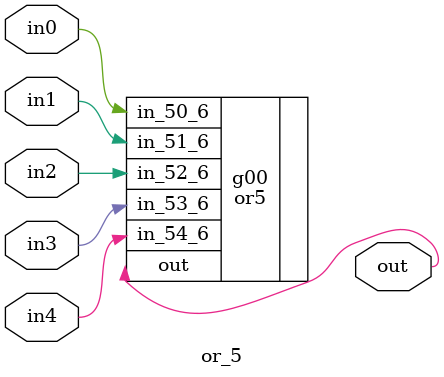
<source format=v>
module or_5 (
    in0, in1, in2, in3, in4, out
);

    input in0, in1, in2, in3, in4;
    output out;

    or5 g00 (.in_50_6(in0), .in_51_6(in1), .in_52_6(in2), .in_53_6(in3), .in_54_6(in4), .out(out));

endmodule

</source>
